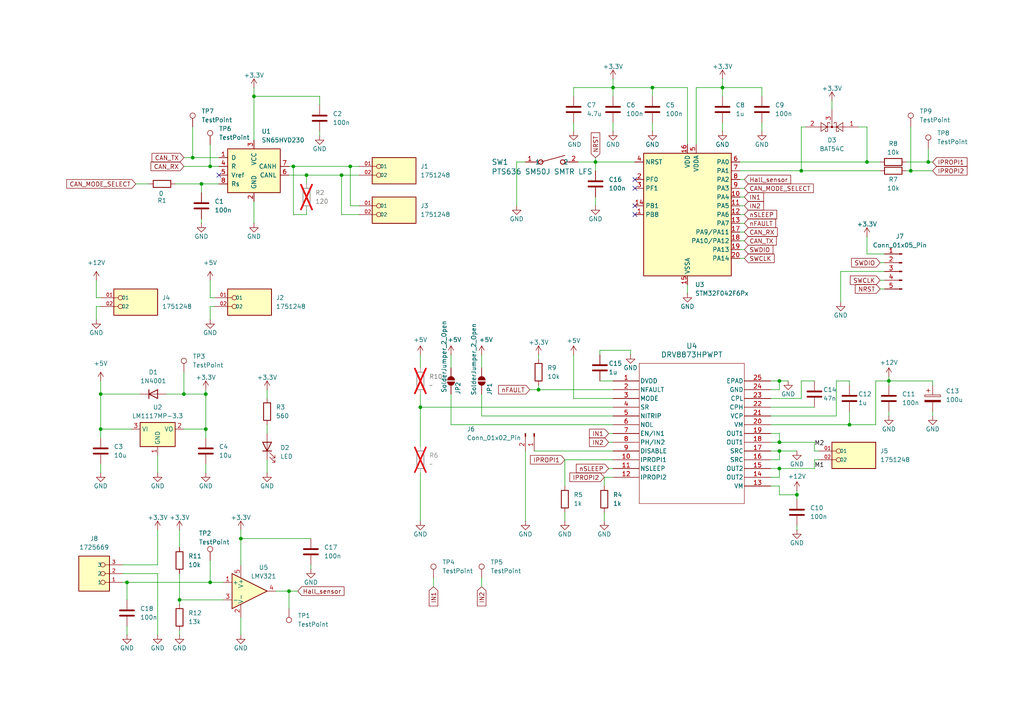
<source format=kicad_sch>
(kicad_sch (version 20231120) (generator "eeschema") (generator_version "8.0")
  (paper "A4")
  (junction (at 209.55 25.4))
  (junction (at 69.85 156.21))
  (junction (at 172.72 46.99))
  (junction (at 226.06 110.49))
  (junction (at 73.66 27.94))
  (junction (at 226.06 128.27))
  (junction (at 232.41 49.53))
  (junction (at 177.8 25.4))
  (junction (at 251.46 46.99))
  (junction (at 246.38 123.19))
  (junction (at 55.88 45.72))
  (junction (at 264.16 49.53))
  (junction (at 189.23 25.4))
  (junction (at 29.21 114.3))
  (junction (at 29.21 124.46))
  (junction (at 60.96 168.91))
  (junction (at 60.96 48.26))
  (junction (at 83.82 171.45))
  (junction (at 85.09 48.26))
  (junction (at 58.42 53.34))
  (junction (at 53.34 114.3))
  (junction (at 99.06 50.8))
  (junction (at 36.83 168.91))
  (junction (at 121.92 118.11))
  (junction (at 231.14 143.51))
  (junction (at 226.06 130.81))
  (junction (at 59.69 124.46))
  (junction (at 101.6 48.26))
  (junction (at 52.07 173.99))
  (junction (at 257.81 110.49))
  (junction (at 88.9 50.8))
  (junction (at 269.24 46.99))
  (junction (at 59.69 114.3))
  (junction (at 156.21 113.03))
  (junction (at 226.06 135.89))
  (no_connect (at 184.15 62.23))
  (no_connect (at 184.15 59.69))
  (no_connect (at 184.15 54.61))
  (no_connect (at 184.15 52.07))
  (no_connect (at 63.5 50.8))
  (wire (pts (xy 166.37 25.4) (xy 166.37 27.94)))
  (wire (pts (xy 251.46 46.99) (xy 255.27 46.99)))
  (wire (pts (xy 226.06 133.35) (xy 226.06 130.81)))
  (wire (pts (xy 175.26 138.43) (xy 177.8 138.43)))
  (wire (pts (xy 50.8 53.34) (xy 58.42 53.34)))
  (wire (pts (xy 201.93 25.4) (xy 209.55 25.4)))
  (wire (pts (xy 241.3 29.21) (xy 241.3 31.75)))
  (wire (pts (xy 262.89 49.53) (xy 264.16 49.53)))
  (wire (pts (xy 45.72 132.08) (xy 45.72 137.16)))
  (wire (pts (xy 52.07 173.99) (xy 64.77 173.99)))
  (wire (pts (xy 27.94 86.36) (xy 29.21 86.36)))
  (wire (pts (xy 73.66 58.42) (xy 73.66 64.77)))
  (wire (pts (xy 38.1 124.46) (xy 29.21 124.46)))
  (wire (pts (xy 62.23 86.36) (xy 60.96 86.36)))
  (wire (pts (xy 104.14 62.23) (xy 99.06 62.23)))
  (wire (pts (xy 36.83 168.91) (xy 36.83 173.99)))
  (wire (pts (xy 172.72 46.99) (xy 184.15 46.99)))
  (wire (pts (xy 83.82 50.8) (xy 88.9 50.8)))
  (wire (pts (xy 139.7 102.87) (xy 139.7 106.68)))
  (wire (pts (xy 177.8 113.03) (xy 156.21 113.03)))
  (wire (pts (xy 231.14 143.51) (xy 231.14 144.78)))
  (wire (pts (xy 177.8 35.56) (xy 177.8 38.1)))
  (wire (pts (xy 176.53 125.73) (xy 177.8 125.73)))
  (wire (pts (xy 199.39 82.55) (xy 199.39 85.09)))
  (wire (pts (xy 177.8 25.4) (xy 189.23 25.4)))
  (wire (pts (xy 101.6 59.69) (xy 101.6 48.26)))
  (wire (pts (xy 209.55 22.86) (xy 209.55 25.4)))
  (wire (pts (xy 156.21 113.03) (xy 156.21 111.76)))
  (wire (pts (xy 226.06 128.27) (xy 236.22 128.27)))
  (wire (pts (xy 27.94 92.71) (xy 27.94 88.9)))
  (wire (pts (xy 59.69 137.16) (xy 59.69 134.62)))
  (wire (pts (xy 166.37 35.56) (xy 166.37 38.1)))
  (wire (pts (xy 36.83 168.91) (xy 60.96 168.91)))
  (wire (pts (xy 236.22 128.27) (xy 236.22 130.81)))
  (wire (pts (xy 53.34 114.3) (xy 59.69 114.3)))
  (wire (pts (xy 121.92 137.16) (xy 121.92 151.13)))
  (wire (pts (xy 209.55 25.4) (xy 220.98 25.4)))
  (wire (pts (xy 59.69 124.46) (xy 59.69 127)))
  (wire (pts (xy 121.92 118.11) (xy 121.92 114.3)))
  (wire (pts (xy 156.21 102.87) (xy 156.21 104.14)))
  (wire (pts (xy 125.73 170.18) (xy 125.73 167.64)))
  (wire (pts (xy 232.41 49.53) (xy 255.27 49.53)))
  (wire (pts (xy 215.9 74.93) (xy 214.63 74.93)))
  (wire (pts (xy 55.88 45.72) (xy 63.5 45.72)))
  (wire (pts (xy 246.38 110.49) (xy 242.57 110.49)))
  (wire (pts (xy 152.4 130.81) (xy 152.4 151.13)))
  (wire (pts (xy 99.06 62.23) (xy 99.06 50.8)))
  (wire (pts (xy 246.38 123.19) (xy 254 123.19)))
  (wire (pts (xy 223.52 130.81) (xy 226.06 130.81)))
  (wire (pts (xy 139.7 170.18) (xy 139.7 167.64)))
  (wire (pts (xy 256.54 73.66) (xy 251.46 73.66)))
  (wire (pts (xy 215.9 72.39) (xy 214.63 72.39)))
  (wire (pts (xy 153.67 113.03) (xy 156.21 113.03)))
  (wire (pts (xy 35.56 163.83) (xy 45.72 163.83)))
  (wire (pts (xy 77.47 133.35) (xy 77.47 137.16)))
  (wire (pts (xy 83.82 171.45) (xy 83.82 176.53)))
  (wire (pts (xy 226.06 138.43) (xy 226.06 135.89)))
  (wire (pts (xy 243.84 87.63) (xy 243.84 78.74)))
  (wire (pts (xy 121.92 102.87) (xy 121.92 106.68)))
  (wire (pts (xy 264.16 36.83) (xy 264.16 49.53)))
  (wire (pts (xy 60.96 92.71) (xy 60.96 88.9)))
  (wire (pts (xy 223.52 135.89) (xy 226.06 135.89)))
  (wire (pts (xy 29.21 137.16) (xy 29.21 134.62)))
  (wire (pts (xy 88.9 50.8) (xy 88.9 53.34)))
  (wire (pts (xy 58.42 64.77) (xy 58.42 63.5)))
  (wire (pts (xy 215.9 64.77) (xy 214.63 64.77)))
  (wire (pts (xy 60.96 86.36) (xy 60.96 81.28)))
  (wire (pts (xy 83.82 48.26) (xy 85.09 48.26)))
  (wire (pts (xy 53.34 124.46) (xy 59.69 124.46)))
  (wire (pts (xy 270.51 110.49) (xy 257.81 110.49)))
  (wire (pts (xy 149.86 46.99) (xy 152.4 46.99)))
  (wire (pts (xy 236.22 130.81) (xy 237.49 130.81)))
  (wire (pts (xy 226.06 113.03) (xy 226.06 110.49)))
  (wire (pts (xy 175.26 148.59) (xy 175.26 151.13)))
  (wire (pts (xy 163.83 140.97) (xy 163.83 133.35)))
  (wire (pts (xy 73.66 27.94) (xy 92.71 27.94)))
  (wire (pts (xy 99.06 50.8) (xy 104.14 50.8)))
  (wire (pts (xy 60.96 168.91) (xy 64.77 168.91)))
  (wire (pts (xy 58.42 53.34) (xy 63.5 53.34)))
  (wire (pts (xy 60.96 48.26) (xy 63.5 48.26)))
  (wire (pts (xy 189.23 27.94) (xy 189.23 25.4)))
  (wire (pts (xy 60.96 88.9) (xy 62.23 88.9)))
  (wire (pts (xy 236.22 133.35) (xy 237.49 133.35)))
  (wire (pts (xy 173.99 110.49) (xy 177.8 110.49)))
  (wire (pts (xy 45.72 166.37) (xy 45.72 184.15)))
  (wire (pts (xy 232.41 36.83) (xy 232.41 49.53)))
  (wire (pts (xy 53.34 48.26) (xy 60.96 48.26)))
  (wire (pts (xy 55.88 36.83) (xy 55.88 45.72)))
  (wire (pts (xy 215.9 54.61) (xy 214.63 54.61)))
  (wire (pts (xy 172.72 45.72) (xy 172.72 46.99)))
  (wire (pts (xy 215.9 57.15) (xy 214.63 57.15)))
  (wire (pts (xy 35.56 168.91) (xy 36.83 168.91)))
  (wire (pts (xy 226.06 140.97) (xy 223.52 140.97)))
  (wire (pts (xy 257.81 120.65) (xy 257.81 119.38)))
  (wire (pts (xy 130.81 114.3) (xy 130.81 123.19)))
  (wire (pts (xy 166.37 115.57) (xy 177.8 115.57)))
  (wire (pts (xy 173.99 102.87) (xy 173.99 101.6)))
  (wire (pts (xy 73.66 25.4) (xy 73.66 27.94)))
  (wire (pts (xy 177.8 25.4) (xy 166.37 25.4)))
  (wire (pts (xy 215.9 67.31) (xy 214.63 67.31)))
  (wire (pts (xy 251.46 36.83) (xy 251.46 46.99)))
  (wire (pts (xy 233.68 36.83) (xy 232.41 36.83)))
  (wire (pts (xy 251.46 73.66) (xy 251.46 68.58)))
  (wire (pts (xy 232.41 115.57) (xy 232.41 110.49)))
  (wire (pts (xy 177.8 22.86) (xy 177.8 25.4)))
  (wire (pts (xy 69.85 184.15) (xy 69.85 179.07)))
  (wire (pts (xy 255.27 76.2) (xy 256.54 76.2)))
  (wire (pts (xy 88.9 62.23) (xy 85.09 62.23)))
  (wire (pts (xy 215.9 69.85) (xy 214.63 69.85)))
  (wire (pts (xy 226.06 135.89) (xy 236.22 135.89)))
  (wire (pts (xy 215.9 59.69) (xy 214.63 59.69)))
  (wire (pts (xy 269.24 43.18) (xy 269.24 46.99)))
  (wire (pts (xy 231.14 143.51) (xy 231.14 142.24)))
  (wire (pts (xy 154.94 130.81) (xy 177.8 130.81)))
  (wire (pts (xy 104.14 59.69) (xy 101.6 59.69)))
  (wire (pts (xy 254 110.49) (xy 257.81 110.49)))
  (wire (pts (xy 166.37 115.57) (xy 166.37 102.87)))
  (wire (pts (xy 270.51 120.65) (xy 270.51 119.38)))
  (wire (pts (xy 88.9 62.23) (xy 88.9 60.96)))
  (wire (pts (xy 264.16 49.53) (xy 270.51 49.53)))
  (wire (pts (xy 130.81 102.87) (xy 130.81 106.68)))
  (wire (pts (xy 255.27 81.28) (xy 256.54 81.28)))
  (wire (pts (xy 243.84 78.74) (xy 256.54 78.74)))
  (wire (pts (xy 73.66 40.64) (xy 73.66 27.94)))
  (wire (pts (xy 69.85 156.21) (xy 69.85 163.83)))
  (wire (pts (xy 246.38 119.38) (xy 246.38 123.19)))
  (wire (pts (xy 52.07 173.99) (xy 52.07 175.26)))
  (wire (pts (xy 167.64 46.99) (xy 172.72 46.99)))
  (wire (pts (xy 85.09 48.26) (xy 101.6 48.26)))
  (wire (pts (xy 215.9 62.23) (xy 214.63 62.23)))
  (wire (pts (xy 172.72 46.99) (xy 172.72 49.53)))
  (wire (pts (xy 36.83 184.15) (xy 36.83 181.61)))
  (wire (pts (xy 92.71 39.37) (xy 92.71 38.1)))
  (wire (pts (xy 189.23 25.4) (xy 199.39 25.4)))
  (wire (pts (xy 214.63 46.99) (xy 251.46 46.99)))
  (wire (pts (xy 226.06 143.51) (xy 231.14 143.51)))
  (wire (pts (xy 48.26 114.3) (xy 53.34 114.3)))
  (wire (pts (xy 163.83 133.35) (xy 177.8 133.35)))
  (wire (pts (xy 176.53 135.89) (xy 177.8 135.89)))
  (wire (pts (xy 226.06 110.49) (xy 228.6 110.49)))
  (wire (pts (xy 149.86 59.69) (xy 149.86 46.99)))
  (wire (pts (xy 223.52 110.49) (xy 226.06 110.49)))
  (wire (pts (xy 58.42 55.88) (xy 58.42 53.34)))
  (wire (pts (xy 53.34 107.95) (xy 53.34 114.3)))
  (wire (pts (xy 214.63 52.07) (xy 215.9 52.07)))
  (wire (pts (xy 83.82 171.45) (xy 86.36 171.45)))
  (wire (pts (xy 226.06 130.81) (xy 231.14 130.81)))
  (wire (pts (xy 246.38 110.49) (xy 246.38 111.76)))
  (wire (pts (xy 77.47 123.19) (xy 77.47 125.73)))
  (wire (pts (xy 226.06 140.97) (xy 226.06 143.51)))
  (wire (pts (xy 257.81 110.49) (xy 257.81 109.22)))
  (wire (pts (xy 177.8 120.65) (xy 139.7 120.65)))
  (wire (pts (xy 175.26 140.97) (xy 175.26 138.43)))
  (wire (pts (xy 121.92 118.11) (xy 121.92 129.54)))
  (wire (pts (xy 223.52 120.65) (xy 242.57 120.65)))
  (wire (pts (xy 182.88 101.6) (xy 182.88 102.87)))
  (wire (pts (xy 101.6 48.26) (xy 104.14 48.26)))
  (wire (pts (xy 177.8 25.4) (xy 177.8 27.94)))
  (wire (pts (xy 92.71 27.94) (xy 92.71 30.48)))
  (wire (pts (xy 270.51 111.76) (xy 270.51 110.49)))
  (wire (pts (xy 29.21 124.46) (xy 29.21 127)))
  (wire (pts (xy 269.24 46.99) (xy 270.51 46.99)))
  (wire (pts (xy 29.21 114.3) (xy 29.21 124.46)))
  (wire (pts (xy 242.57 110.49) (xy 242.57 120.65)))
  (wire (pts (xy 262.89 46.99) (xy 269.24 46.99)))
  (wire (pts (xy 60.96 41.91) (xy 60.96 48.26)))
  (wire (pts (xy 220.98 35.56) (xy 220.98 38.1)))
  (wire (pts (xy 248.92 36.83) (xy 251.46 36.83)))
  (wire (pts (xy 201.93 41.91) (xy 201.93 25.4)))
  (wire (pts (xy 254 123.19) (xy 254 110.49)))
  (wire (pts (xy 27.94 81.28) (xy 27.94 86.36)))
  (wire (pts (xy 121.92 118.11) (xy 177.8 118.11)))
  (wire (pts (xy 69.85 153.67) (xy 69.85 156.21)))
  (wire (pts (xy 223.52 113.03) (xy 226.06 113.03)))
  (wire (pts (xy 60.96 162.56) (xy 60.96 168.91)))
  (wire (pts (xy 77.47 115.57) (xy 77.47 113.03)))
  (wire (pts (xy 223.52 138.43) (xy 226.06 138.43)))
  (wire (pts (xy 189.23 35.56) (xy 189.23 38.1)))
  (wire (pts (xy 29.21 110.49) (xy 29.21 114.3)))
  (wire (pts (xy 52.07 184.15) (xy 52.07 182.88)))
  (wire (pts (xy 223.52 123.19) (xy 246.38 123.19)))
  (wire (pts (xy 35.56 166.37) (xy 45.72 166.37)))
  (wire (pts (xy 52.07 153.67) (xy 52.07 158.75)))
  (wire (pts (xy 199.39 41.91) (xy 199.39 25.4)))
  (wire (pts (xy 176.53 128.27) (xy 177.8 128.27)))
  (wire (pts (xy 59.69 113.03) (xy 59.69 114.3)))
  (wire (pts (xy 173.99 101.6) (xy 182.88 101.6)))
  (wire (pts (xy 90.17 165.1) (xy 90.17 163.83)))
  (wire (pts (xy 209.55 25.4) (xy 209.55 27.94)))
  (wire (pts (xy 223.52 133.35) (xy 226.06 133.35)))
  (wire (pts (xy 40.64 114.3) (xy 29.21 114.3)))
  (wire (pts (xy 88.9 50.8) (xy 99.06 50.8)))
  (wire (pts (xy 226.06 125.73) (xy 226.06 128.27)))
  (wire (pts (xy 53.34 45.72) (xy 55.88 45.72)))
  (wire (pts (xy 223.52 125.73) (xy 226.06 125.73)))
  (wire (pts (xy 80.01 171.45) (xy 83.82 171.45)))
  (wire (pts (xy 59.69 114.3) (xy 59.69 124.46)))
  (wire (pts (xy 139.7 120.65) (xy 139.7 114.3)))
  (wire (pts (xy 52.07 166.37) (xy 52.07 173.99)))
  (wire (pts (xy 163.83 148.59) (xy 163.83 151.13)))
  (wire (pts (xy 39.37 53.34) (xy 43.18 53.34)))
  (wire (pts (xy 220.98 25.4) (xy 220.98 27.94)))
  (wire (pts (xy 232.41 110.49) (xy 236.22 110.49)))
  (wire (pts (xy 209.55 35.56) (xy 209.55 38.1)))
  (wire (pts (xy 223.52 115.57) (xy 232.41 115.57)))
  (wire (pts (xy 172.72 57.15) (xy 172.72 59.69)))
  (wire (pts (xy 85.09 62.23) (xy 85.09 48.26)))
  (wire (pts (xy 257.81 110.49) (xy 257.81 111.76)))
  (wire (pts (xy 255.27 83.82) (xy 256.54 83.82)))
  (wire (pts (xy 236.22 135.89) (xy 236.22 133.35)))
  (wire (pts (xy 69.85 156.21) (xy 90.17 156.21)))
  (wire (pts (xy 214.63 49.53) (xy 232.41 49.53)))
  (wire (pts (xy 231.14 153.67) (xy 231.14 152.4)))
  (wire (pts (xy 223.52 118.11) (xy 236.22 118.11)))
  (wire (pts (xy 45.72 163.83) (xy 45.72 153.67)))
  (wire (pts (xy 27.94 88.9) (xy 29.21 88.9)))
  (wire (pts (xy 130.81 123.19) (xy 177.8 123.19)))
  (wire (pts (xy 223.52 128.27) (xy 226.06 128.27)))
  (label "M2" (at 236.22 129.54 0))
  (label "M1" (at 236.22 135.89 0))
  (global_label "IN1" (shape input) (at 215.9 57.15 0) (property "Intersheetrefs" "${INTERSHEET_REFS}" (effects (hide yes))))
  (global_label "SWCLK" (shape input) (at 215.9 74.93 0) (property "Intersheetrefs" "${INTERSHEET_REFS}" (effects (hide yes))))
  (global_label "IN1" (shape input) (at 125.73 170.18 270) (property "Intersheetrefs" "${INTERSHEET_REFS}" (effects (hide yes))))
  (global_label "nFAULT" (shape input) (at 215.9 64.77 0) (property "Intersheetrefs" "${INTERSHEET_REFS}" (effects (hide yes))))
  (global_label "CAN_RX" (shape input) (at 215.9 67.31 0) (property "Intersheetrefs" "${INTERSHEET_REFS}" (effects (hide yes))))
  (global_label "CAN_MODE_SELECT" (shape input) (at 39.37 53.34 180) (property "Intersheetrefs" "${INTERSHEET_REFS}" (effects (hide yes))))
  (global_label "CAN_MODE_SELECT" (shape input) (at 215.9 54.61 0) (property "Intersheetrefs" "${INTERSHEET_REFS}" (effects (hide yes))))
  (global_label "nSLEEP" (shape input) (at 176.53 135.89 180) (property "Intersheetrefs" "${INTERSHEET_REFS}" (effects (hide yes))))
  (global_label "IN2" (shape input) (at 139.7 170.18 270) (property "Intersheetrefs" "${INTERSHEET_REFS}" (effects (hide yes))))
  (global_label "IN2" (shape input) (at 176.53 128.27 180) (property "Intersheetrefs" "${INTERSHEET_REFS}" (effects (hide yes))))
  (global_label "IN2" (shape input) (at 215.9 59.69 0) (property "Intersheetrefs" "${INTERSHEET_REFS}" (effects (hide yes))))
  (global_label "SWCLK" (shape input) (at 255.27 81.28 180) (property "Intersheetrefs" "${INTERSHEET_REFS}" (effects (hide yes))))
  (global_label "SWDIO" (shape input) (at 215.9 72.39 0) (property "Intersheetrefs" "${INTERSHEET_REFS}" (effects (hide yes))))
  (global_label "Hall_sensor" (shape input) (at 86.36 171.45 0) (property "Intersheetrefs" "${INTERSHEET_REFS}" (effects (hide yes))))
  (global_label "SWDIO" (shape input) (at 255.27 76.2 180) (property "Intersheetrefs" "${INTERSHEET_REFS}" (effects (hide yes))))
  (global_label "IPROPI2" (shape input) (at 175.26 138.43 180) (property "Intersheetrefs" "${INTERSHEET_REFS}" (effects (hide yes))))
  (global_label "NRST" (shape input) (at 255.27 83.82 180) (property "Intersheetrefs" "${INTERSHEET_REFS}" (effects (hide yes))))
  (global_label "NRST" (shape input) (at 172.72 45.72 90) (property "Intersheetrefs" "${INTERSHEET_REFS}" (effects (hide yes))))
  (global_label "Hall_sensor" (shape input) (at 215.9 52.07 0) (property "Intersheetrefs" "${INTERSHEET_REFS}" (effects (hide yes))))
  (global_label "CAN_TX" (shape input) (at 53.34 45.72 180) (property "Intersheetrefs" "${INTERSHEET_REFS}" (effects (hide yes))))
  (global_label "IPROPI1" (shape input) (at 270.51 46.99 0) (property "Intersheetrefs" "${INTERSHEET_REFS}" (effects (hide yes))))
  (global_label "IPROPI1" (shape input) (at 163.83 133.35 180) (property "Intersheetrefs" "${INTERSHEET_REFS}" (effects (hide yes))))
  (global_label "CAN_TX" (shape input) (at 215.9 69.85 0) (property "Intersheetrefs" "${INTERSHEET_REFS}" (effects (hide yes))))
  (global_label "IPROPI2" (shape input) (at 270.51 49.53 0) (property "Intersheetrefs" "${INTERSHEET_REFS}" (effects (hide yes))))
  (global_label "nFAULT" (shape input) (at 153.67 113.03 180) (property "Intersheetrefs" "${INTERSHEET_REFS}" (effects (hide yes))))
  (global_label "nSLEEP" (shape input) (at 215.9 62.23 0) (property "Intersheetrefs" "${INTERSHEET_REFS}" (effects (hide yes))))
  (global_label "CAN_RX" (shape input) (at 53.34 48.26 180) (property "Intersheetrefs" "${INTERSHEET_REFS}" (effects (hide yes))))
  (global_label "IN1" (shape input) (at 176.53 125.73 180) (property "Intersheetrefs" "${INTERSHEET_REFS}" (effects (hide yes))))
  (symbol (lib_id "power:GND") (at 243.84 87.63 0) (unit 1)
    (property "Reference" "#PWR038" (effects (hide yes)))
    (property "Value" "GND" (at 243.84 91.44 0))
    (property "Description" "Power symbol creates a global label with name \"GND\" , ground" (effects (hide yes)))
  )
  (symbol (lib_id "Amplifier_Operational:LMV321") (at 72.39 171.45 0) (unit 1)
    (property "Reference" "U5" (at 76.454 164.592 0))
    (property "Value" "LMV321" (at 76.454 167.132 0))
    (property "Footprint" "Package_TO_SOT_SMD:SOT-23-5" (effects (hide yes)))
    (property "Datasheet" "http://www.ti.com/lit/ds/symlink/lmv324.pdf" (effects (hide yes)))
    (property "Description" "Low-Voltage Rail-to-Rail Output Operational Amplifiers, SOT-23-5/SC-70-5" (effects (hide yes)))
  )
  (symbol (lib_id "power:GND") (at 166.37 38.1 0) (unit 1)
    (property "Reference" "#PWR018" (effects (hide yes)))
    (property "Value" "GND" (at 166.624 41.91 0))
    (property "Description" "Power symbol creates a global label with name \"GND\" , ground" (effects (hide yes)))
  )
  (symbol (lib_id "Device:C") (at 90.17 160.02 0) (unit 1)
    (property "Reference" "C17" (at 93.98 158.7499 0) (effects (justify left)))
    (property "Value" "100n" (at 93.98 161.2899 0) (effects (justify left)))
    (property "Footprint" "Capacitor_SMD:C_0603_1608Metric_Pad1.08x0.95mm_HandSolder" (effects (hide yes)))
    (property "Description" "Unpolarized capacitor" (effects (hide yes)))
  )
  (symbol (lib_id "power:GND") (at 45.72 184.15 0) (unit 1)
    (property "Reference" "#PWR049" (effects (hide yes)))
    (property "Value" "GND" (at 45.72 187.96 0))
    (property "Description" "Power symbol creates a global label with name \"GND\" , ground" (effects (hide yes)))
  )
  (symbol (lib_id "Regulator_Linear:LM1117MP-3.3") (at 45.72 124.46 0) (unit 1)
    (property "Reference" "U2" (at 45.72 118.11 0))
    (property "Value" "LM1117MP-3.3" (at 45.72 120.65 0))
    (property "Footprint" "Package_TO_SOT_SMD:SOT-223-3_TabPin2" (effects (hide yes)))
    (property "Datasheet" "http://www.ti.com/lit/ds/symlink/lm1117.pdf" (effects (hide yes)))
    (property "Description" "800mA Low-Dropout Linear Regulator, 3.3V fixed output, SOT-223" (effects (hide yes)))
  )
  (symbol (lib_id "1725669:1725669") (at 27.94 166.37 180) (unit 1)
    (property "Reference" "J8" (at 27.305 156.21 0))
    (property "Value" "1725669" (at 27.305 158.75 0))
    (property "Footprint" "1725669:PHOENIX_1725669" (effects (hide yes)))
    (property "PARTREV" "03.03.2021" (effects (hide yes)))
    (property "STANDARD" "Manufacturer Recommendations" (effects (hide yes)))
    (property "MAXIMUM_PACKAGE_HEIGHT" "8.65mm" (effects (hide yes)))
    (property "MANUFACTURER" "Phoenix Contact" (effects (hide yes)))
  )
  (symbol (lib_id "power:GND") (at 121.92 151.13 0) (unit 1)
    (property "Reference" "#PWR040" (effects (hide yes)))
    (property "Value" "GND" (at 121.92 154.94 0))
    (property "Description" "Power symbol creates a global label with name \"GND\" , ground" (effects (hide yes)))
  )
  (symbol (lib_id "power:GND") (at 189.23 38.1 0) (unit 1)
    (property "Reference" "#PWR016" (effects (hide yes)))
    (property "Value" "GND" (at 189.23 41.91 0))
    (property "Description" "Power symbol creates a global label with name \"GND\" , ground" (effects (hide yes)))
  )
  (symbol (lib_id "power:GND") (at 92.71 39.37 0) (unit 1)
    (property "Reference" "#PWR05" (effects (hide yes)))
    (property "Value" "GND" (at 92.71 43.18 0))
    (property "Description" "Power symbol creates a global label with name \"GND\" , ground" (effects (hide yes)))
  )
  (symbol (lib_id "power:GND") (at 58.42 64.77 0) (unit 1)
    (property "Reference" "#PWR02" (effects (hide yes)))
    (property "Value" "GND" (at 58.42 68.58 0))
    (property "Description" "Power symbol creates a global label with name \"GND\" , ground" (effects (hide yes)))
  )
  (symbol (lib_id "Connector:TestPoint") (at 60.96 41.91 0) (unit 1)
    (property "Reference" "TP6" (at 63.5 37.3379 0) (effects (justify left)))
    (property "Value" "TestPoint" (at 63.5 39.8779 0) (effects (justify left)))
    (property "Footprint" "TestPoint:TestPoint_Pad_D1.0mm" (effects (hide yes)))
    (property "Description" "test point" (effects (hide yes)))
  )
  (symbol (lib_id "Connector:TestPoint") (at 55.88 36.83 0) (unit 1)
    (property "Reference" "TP7" (at 58.42 32.2579 0) (effects (justify left)))
    (property "Value" "TestPoint" (at 58.42 34.7979 0) (effects (justify left)))
    (property "Footprint" "TestPoint:TestPoint_Pad_D1.0mm" (effects (hide yes)))
    (property "Description" "test point" (effects (hide yes)))
  )
  (symbol (lib_id "Device:C") (at 177.8 31.75 0) (unit 1)
    (property "Reference" "C6" (at 181.61 30.4799 0) (effects (justify left)))
    (property "Value" "100n" (at 181.61 33.0199 0) (effects (justify left)))
    (property "Footprint" "Capacitor_SMD:C_0603_1608Metric_Pad1.08x0.95mm_HandSolder" (effects (hide yes)))
    (property "Description" "Unpolarized capacitor" (effects (hide yes)))
  )
  (symbol (lib_id "Jumper:SolderJumper_2_Open") (at 139.7 110.49 90) (unit 1) (exclude_from_sim yes) (in_bom no)
    (property "Reference" "JP1" (at 141.986 110.998 0) (effects (justify right)))
    (property "Value" "SolderJumper_2_Open" (at 137.414 93.726 0) (effects (justify right)))
    (property "Footprint" "Jumper:SolderJumper-2_P1.3mm_Open_TrianglePad1.0x1.5mm" (effects (hide yes)))
    (property "Description" "Solder Jumper, 2-pole, open" (effects (hide yes)))
  )
  (symbol (lib_id "Device:R") (at 259.08 49.53 90) (unit 1)
    (property "Reference" "R7" (at 259.08 52.07 90))
    (property "Value" "10k" (at 259.08 54.61 90))
    (property "Footprint" "Resistor_SMD:R_0603_1608Metric_Pad0.98x0.95mm_HandSolder" (effects (hide yes)))
    (property "Description" "Resistor" (effects (hide yes)))
  )
  (symbol (lib_id "1751248:1751248") (at 39.37 88.9 0) (unit 1)
    (property "Reference" "J4" (at 46.99 86.3599 0) (effects (justify left)))
    (property "Value" "1751248" (at 46.99 88.8999 0) (effects (justify left)))
    (property "Footprint" "1751248:PHOENIX_1751248" (effects (hide yes)))
    (property "PARTREV" "03.03.2021" (effects (hide yes)))
    (property "STANDARD" "Manufacturer Recommendations" (effects (hide yes)))
    (property "MANUFACTURER" "Phoenix Contact" (effects (hide yes)))
  )
  (symbol (lib_id "power:GND") (at 90.17 165.1 0) (unit 1)
    (property "Reference" "#PWR048" (effects (hide yes)))
    (property "Value" "GND" (at 90.17 168.91 0))
    (property "Description" "Power symbol creates a global label with name \"GND\" , ground" (effects (hide yes)))
  )
  (symbol (lib_id "power:+3.3V") (at 209.55 22.86 0) (unit 1)
    (property "Reference" "#PWR022" (effects (hide yes)))
    (property "Value" "+3.3V" (at 209.55 19.304 0))
    (property "Description" "Power symbol creates a global label with name \"+3.3V\"" (effects (hide yes)))
  )
  (symbol (lib_id "Device:C") (at 246.38 115.57 0) (unit 1)
    (property "Reference" "C12" (at 248.92 114.3 0) (effects (justify left)))
    (property "Value" "1u" (at 248.92 116.84 0) (effects (justify left)))
    (property "Footprint" "Capacitor_SMD:C_0603_1608Metric" (effects (hide yes)))
    (property "Description" "Unpolarized capacitor" (effects (hide yes)))
  )
  (symbol (lib_id "Device:C") (at 92.71 34.29 0) (unit 1)
    (property "Reference" "C2" (at 96.52 33.0199 0) (effects (justify left)))
    (property "Value" "100n" (at 96.52 35.5599 0) (effects (justify left)))
    (property "Footprint" "Capacitor_SMD:C_0603_1608Metric_Pad1.08x0.95mm_HandSolder" (effects (hide yes)))
    (property "Description" "Unpolarized capacitor" (effects (hide yes)))
  )
  (symbol (lib_id "MCU_ST_STM32F0:STM32F042F6Px") (at 199.39 62.23 0) (unit 1)
    (property "Reference" "U3" (at 201.5841 82.55 0) (effects (justify left)))
    (property "Value" "STM32F042F6Px" (at 201.5841 85.09 0) (effects (justify left)))
    (property "Footprint" "Package_SO:TSSOP-20_4.4x6.5mm_P0.65mm" (effects (hide yes)))
    (property "Datasheet" "https://www.st.com/resource/en/datasheet/stm32f042f6.pdf" (effects (hide yes)))
    (property "Description" "STMicroelectronics Arm Cortex-M0 MCU, 32KB flash, 6KB RAM, 48 MHz, 2.0-3.6V, 16 GPIO, TSSOP20" (effects (hide yes)))
  )
  (symbol (lib_id "power:+5V") (at 130.81 102.87 0) (unit 1)
    (property "Reference" "#PWR041" (effects (hide yes)))
    (property "Value" "+5V" (at 131.826 98.552 0))
    (property "Description" "Power symbol creates a global label with name \"+5V\"" (effects (hide yes)))
  )
  (symbol (lib_id "Device:C") (at 29.21 130.81 0) (unit 1)
    (property "Reference" "C3" (at 33.02 129.5399 0) (effects (justify left)))
    (property "Value" "10u" (at 33.02 132.0799 0) (effects (justify left)))
    (property "Footprint" "Capacitor_SMD:C_0603_1608Metric_Pad1.08x0.95mm_HandSolder" (effects (hide yes)))
    (property "Description" "Unpolarized capacitor" (effects (hide yes)))
  )
  (symbol (lib_id "Device:C") (at 59.69 130.81 0) (unit 1)
    (property "Reference" "C4" (at 63.5 129.5399 0) (effects (justify left)))
    (property "Value" "10u" (at 63.5 132.0799 0) (effects (justify left)))
    (property "Footprint" "Capacitor_SMD:C_0603_1608Metric_Pad1.08x0.95mm_HandSolder" (effects (hide yes)))
    (property "Description" "Unpolarized capacitor" (effects (hide yes)))
  )
  (symbol (lib_id "1751248:1751248") (at 247.65 133.35 0) (unit 1)
    (property "Reference" "J5" (at 255.27 130.8099 0) (effects (justify left)))
    (property "Value" "1751248" (at 255.27 133.3499 0) (effects (justify left)))
    (property "Footprint" "1751248:PHOENIX_1751248" (effects (hide yes)))
    (property "PARTREV" "03.03.2021" (effects (hide yes)))
    (property "STANDARD" "Manufacturer Recommendations" (effects (hide yes)))
    (property "MANUFACTURER" "Phoenix Contact" (effects (hide yes)))
  )
  (symbol (lib_id "power:GND") (at 29.21 137.16 0) (unit 1)
    (property "Reference" "#PWR09" (effects (hide yes)))
    (property "Value" "GND" (at 29.21 140.97 0))
    (property "Description" "Power symbol creates a global label with name \"GND\" , ground" (effects (hide yes)))
  )
  (symbol (lib_id "Connector:TestPoint") (at 125.73 167.64 0) (unit 1)
    (property "Reference" "TP4" (at 128.27 163.0679 0) (effects (justify left)))
    (property "Value" "TestPoint" (at 128.27 165.6079 0) (effects (justify left)))
    (property "Footprint" "TestPoint:TestPoint_Pad_D1.0mm" (effects (hide yes)))
    (property "Description" "test point" (effects (hide yes)))
  )
  (symbol (lib_id "power:GND") (at 231.14 130.81 0) (unit 1)
    (property "Reference" "#PWR025" (effects (hide yes)))
    (property "Value" "GND" (at 231.14 134.62 0))
    (property "Description" "Power symbol creates a global label with name \"GND\" , ground" (effects (hide yes)))
  )
  (symbol (lib_id "power:+5V") (at 60.96 81.28 0) (unit 1)
    (property "Reference" "#PWR06" (effects (hide yes)))
    (property "Value" "+5V" (at 60.96 76.2 0))
    (property "Description" "Power symbol creates a global label with name \"+5V\"" (effects (hide yes)))
  )
  (symbol (lib_id "Device:C") (at 231.14 148.59 0) (unit 1)
    (property "Reference" "C10" (at 234.95 147.3199 0) (effects (justify left)))
    (property "Value" "100n" (at 234.95 149.8599 0) (effects (justify left)))
    (property "Footprint" "Capacitor_SMD:C_0603_1608Metric" (effects (hide yes)))
    (property "Description" "Unpolarized capacitor" (effects (hide yes)))
  )
  (symbol (lib_id "power:GND") (at 36.83 184.15 0) (unit 1)
    (property "Reference" "#PWR053" (effects (hide yes)))
    (property "Value" "GND" (at 36.83 187.96 0))
    (property "Description" "Power symbol creates a global label with name \"GND\" , ground" (effects (hide yes)))
  )
  (symbol (lib_id "power:+3.3V") (at 251.46 68.58 0) (unit 1)
    (property "Reference" "#PWR045" (effects (hide yes)))
    (property "Value" "+3.3V" (at 251.46 65.024 0))
    (property "Description" "Power symbol creates a global label with name \"+3.3V\"" (effects (hide yes)))
  )
  (symbol (lib_id "power:GND") (at 163.83 151.13 0) (unit 1)
    (property "Reference" "#PWR027" (effects (hide yes)))
    (property "Value" "GND" (at 163.83 154.94 0))
    (property "Description" "Power symbol creates a global label with name \"GND\" , ground" (effects (hide yes)))
  )
  (symbol (lib_id "Diode:BAT54C") (at 241.3 36.83 180) (unit 1)
    (property "Reference" "D3" (at 241.3 40.64 0))
    (property "Value" "BAT54C" (at 241.3 43.18 0))
    (property "Footprint" "Package_TO_SOT_SMD:SOT-23" (effects (hide yes)))
    (property "Datasheet" "http://www.diodes.com/_files/datasheets/ds11005.pdf" (effects (hide yes)))
    (property "Description" "dual schottky barrier diode, common cathode" (effects (hide yes)))
  )
  (symbol (lib_id "power:+12V") (at 27.94 81.28 0) (unit 1)
    (property "Reference" "#PWR024" (effects (hide yes)))
    (property "Value" "+12V" (at 27.94 76.2 0))
    (property "Description" "Power symbol creates a global label with name \"+12V\"" (effects (hide yes)))
  )
  (symbol (lib_id "Interface_CAN_LIN:SN65HVD230") (at 73.66 48.26 0) (unit 1)
    (property "Reference" "U1" (at 75.8541 38.1 0) (effects (justify left)))
    (property "Value" "SN65HVD230" (at 75.8541 40.64 0) (effects (justify left)))
    (property "Footprint" "Package_SO:SOIC-8_3.9x4.9mm_P1.27mm" (effects (hide yes)))
    (property "Datasheet" "http://www.ti.com/lit/ds/symlink/sn65hvd230.pdf" (effects (hide yes)))
    (property "Description" "CAN Bus Transceivers, 3.3V, 1Mbps, Low-Power capabilities, SOIC-8" (effects (hide yes)))
  )
  (symbol (lib_id "power:GND") (at 152.4 151.13 0) (unit 1)
    (property "Reference" "#PWR028" (effects (hide yes)))
    (property "Value" "GND" (at 152.4 154.94 0))
    (property "Description" "Power symbol creates a global label with name \"GND\" , ground" (effects (hide yes)))
  )
  (symbol (lib_id "power:+3.3V") (at 59.69 113.03 0) (unit 1)
    (property "Reference" "#PWR011" (effects (hide yes)))
    (property "Value" "+3.3V" (at 59.69 109.474 0))
    (property "Description" "Power symbol creates a global label with name \"+3.3V\"" (effects (hide yes)))
  )
  (symbol (lib_id "power:GND") (at 60.96 92.71 0) (unit 1)
    (property "Reference" "#PWR07" (effects (hide yes)))
    (property "Value" "GND" (at 60.96 96.52 0))
    (property "Description" "Power symbol creates a global label with name \"GND\" , ground" (effects (hide yes)))
  )
  (symbol (lib_id "power:+3.3V") (at 177.8 22.86 0) (unit 1)
    (property "Reference" "#PWR021" (effects (hide yes)))
    (property "Value" "+3.3V" (at 177.8 19.304 0))
    (property "Description" "Power symbol creates a global label with name \"+3.3V\"" (effects (hide yes)))
  )
  (symbol (lib_id "power:GND") (at 177.8 38.1 0) (unit 1)
    (property "Reference" "#PWR017" (effects (hide yes)))
    (property "Value" "GND" (at 177.8 41.91 0))
    (property "Description" "Power symbol creates a global label with name \"GND\" , ground" (effects (hide yes)))
  )
  (symbol (lib_id "Device:R") (at 52.07 179.07 0) (unit 1)
    (property "Reference" "R12" (at 54.61 177.7999 0) (effects (justify left)))
    (property "Value" "13k" (at 54.61 180.3399 0) (effects (justify left)))
    (property "Footprint" "Resistor_SMD:R_0603_1608Metric_Pad0.98x0.95mm_HandSolder" (effects (hide yes)))
    (property "Description" "Resistor" (effects (hide yes)))
  )
  (symbol (lib_id "Device:C") (at 257.81 115.57 0) (unit 1)
    (property "Reference" "C11" (at 261.62 114.2999 0) (effects (justify left)))
    (property "Value" "100n" (at 261.62 116.8399 0) (effects (justify left)))
    (property "Footprint" "Capacitor_SMD:C_0603_1608Metric" (effects (hide yes)))
    (property "Description" "Unpolarized capacitor" (effects (hide yes)))
  )
  (symbol (lib_id "power:+12V") (at 231.14 142.24 0) (unit 1)
    (property "Reference" "#PWR032" (effects (hide yes)))
    (property "Value" "+12V" (at 231.14 138.176 0))
    (property "Description" "Power symbol creates a global label with name \"+12V\"" (effects (hide yes)))
  )
  (symbol (lib_id "power:+3.3V") (at 69.85 153.67 0) (unit 1)
    (property "Reference" "#PWR047" (effects (hide yes)))
    (property "Value" "+3.3V" (at 69.85 150.114 0))
    (property "Description" "Power symbol creates a global label with name \"+3.3V\"" (effects (hide yes)))
  )
  (symbol (lib_id "1751248:1751248") (at 72.39 88.9 0) (unit 1)
    (property "Reference" "J2" (at 80.01 86.3599 0) (effects (justify left)))
    (property "Value" "1751248" (at 80.01 88.8999 0) (effects (justify left)))
    (property "Footprint" "1751248:PHOENIX_1751248" (effects (hide yes)))
    (property "PARTREV" "03.03.2021" (effects (hide yes)))
    (property "STANDARD" "Manufacturer Recommendations" (effects (hide yes)))
    (property "MANUFACTURER" "Phoenix Contact" (effects (hide yes)))
  )
  (symbol (lib_id "power:GND") (at 52.07 184.15 0) (unit 1)
    (property "Reference" "#PWR051" (effects (hide yes)))
    (property "Value" "GND" (at 52.07 187.96 0))
    (property "Description" "Power symbol creates a global label with name \"GND\" , ground" (effects (hide yes)))
  )
  (symbol (lib_id "power:+5V") (at 166.37 102.87 0) (unit 1)
    (property "Reference" "#PWR030" (effects (hide yes)))
    (property "Value" "+5V" (at 166.37 98.806 0))
    (property "Description" "Power symbol creates a global label with name \"+5V\"" (effects (hide yes)))
  )
  (symbol (lib_id "Device:D") (at 44.45 114.3 0) (unit 1)
    (property "Reference" "D1" (at 44.45 107.95 0))
    (property "Value" "1N4001" (at 44.45 110.49 0))
    (property "Footprint" "Diode_SMD:D_SMA_Handsoldering" (effects (hide yes)))
    (property "Description" "Diode" (effects (hide yes)))
    (property "Sim.Device" "D" (effects (hide yes)))
    (property "Sim.Pins" "1=K 2=A" (effects (hide yes)))
  )
  (symbol (lib_id "Device:R") (at 175.26 144.78 0) (unit 1)
    (property "Reference" "R4" (at 177.8 143.5099 0) (effects (justify left)))
    (property "Value" "1k" (at 177.8 146.0499 0) (effects (justify left)))
    (property "Footprint" "Resistor_SMD:R_0603_1608Metric_Pad0.98x0.95mm_HandSolder" (effects (hide yes)))
    (property "Description" "Resistor" (effects (hide yes)))
  )
  (symbol (lib_id "power:+3.3V") (at 156.21 102.87 0) (unit 1)
    (property "Reference" "#PWR054" (effects (hide yes)))
    (property "Value" "+3.3V" (at 156.21 99.314 0))
    (property "Description" "Power symbol creates a global label with name \"+3.3V\"" (effects (hide yes)))
  )
  (symbol (lib_id "Connector:Conn_01x05_Pin") (at 261.62 78.74 0) (mirror y) (unit 1)
    (property "Reference" "J7" (at 260.985 68.58 0))
    (property "Value" "Conn_01x05_Pin" (at 260.985 71.12 0))
    (property "Footprint" "Connector_PinHeader_2.54mm:PinHeader_1x05_P2.54mm_Vertical" (effects (hide yes)))
    (property "Description" "Generic connector, single row, 01x05, script generated" (effects (hide yes)))
  )
  (symbol (lib_id "power:+3.3V") (at 241.3 29.21 0) (unit 1)
    (property "Reference" "#PWR031" (effects (hide yes)))
    (property "Value" "+3.3V" (at 241.3 25.654 0))
    (property "Description" "Power symbol creates a global label with name \"+3.3V\"" (effects (hide yes)))
  )
  (symbol (lib_id "power:GND") (at 209.55 38.1 0) (unit 1)
    (property "Reference" "#PWR019" (effects (hide yes)))
    (property "Value" "GND" (at 209.55 41.91 0))
    (property "Description" "Power symbol creates a global label with name \"GND\" , ground" (effects (hide yes)))
  )
  (symbol (lib_id "Device:LED") (at 77.47 129.54 90) (unit 1)
    (property "Reference" "D2" (at 81.28 129.8574 90) (effects (justify right)))
    (property "Value" "LED" (at 81.28 132.3974 90) (effects (justify right)))
    (property "Footprint" "LED_SMD:LED_0603_1608Metric_Pad1.05x0.95mm_HandSolder" (effects (hide yes)))
    (property "Description" "Light emitting diode" (effects (hide yes)))
  )
  (symbol (lib_id "power:GND") (at 59.69 137.16 0) (unit 1)
    (property "Reference" "#PWR012" (effects (hide yes)))
    (property "Value" "GND" (at 59.69 140.97 0))
    (property "Description" "Power symbol creates a global label with name \"GND\" , ground" (effects (hide yes)))
  )
  (symbol (lib_id "Device:R") (at 156.21 107.95 0) (unit 1)
    (property "Reference" "R9" (at 158.75 106.6799 0) (effects (justify left)))
    (property "Value" "10k" (at 158.75 109.2199 0) (effects (justify left)))
    (property "Footprint" "Resistor_SMD:R_0603_1608Metric_Pad0.98x0.95mm_HandSolder" (effects (hide yes)))
    (property "Description" "Resistor" (effects (hide yes)))
  )
  (symbol (lib_id "power:GND") (at 231.14 153.67 0) (unit 1)
    (property "Reference" "#PWR033" (effects (hide yes)))
    (property "Value" "GND" (at 231.14 157.48 0))
    (property "Description" "Power symbol creates a global label with name \"GND\" , ground" (effects (hide yes)))
  )
  (symbol (lib_id "Device:R") (at 259.08 46.99 90) (unit 1)
    (property "Reference" "R8" (at 259.08 41.656 90))
    (property "Value" "10k" (at 259.08 44.196 90))
    (property "Footprint" "Resistor_SMD:R_0603_1608Metric_Pad0.98x0.95mm_HandSolder" (effects (hide yes)))
    (property "Description" "Resistor" (effects (hide yes)))
  )
  (symbol (lib_id "Device:R") (at 88.9 57.15 0) (unit 1) (in_bom no) (dnp yes)
    (property "Reference" "R2" (at 91.44 55.8799 0) (effects (justify left)))
    (property "Value" "120" (at 91.44 58.4199 0) (effects (justify left)))
    (property "Footprint" "Resistor_SMD:R_0603_1608Metric_Pad0.98x0.95mm_HandSolder" (effects (hide yes)))
    (property "Description" "Resistor" (effects (hide yes)))
  )
  (symbol (lib_id "Device:R") (at 52.07 162.56 0) (unit 1)
    (property "Reference" "R11" (at 54.61 161.2899 0) (effects (justify left)))
    (property "Value" "10k" (at 54.61 163.8299 0) (effects (justify left)))
    (property "Footprint" "Resistor_SMD:R_0603_1608Metric_Pad0.98x0.95mm_HandSolder" (effects (hide yes)))
    (property "Description" "Resistor" (effects (hide yes)))
  )
  (symbol (lib_id "power:GND") (at 257.81 120.65 0) (unit 1)
    (property "Reference" "#PWR035" (effects (hide yes)))
    (property "Value" "GND" (at 257.81 124.46 0))
    (property "Description" "Power symbol creates a global label with name \"GND\" , ground" (effects (hide yes)))
  )
  (symbol (lib_id "power:GND") (at 172.72 59.69 0) (unit 1)
    (property "Reference" "#PWR043" (effects (hide yes)))
    (property "Value" "GND" (at 172.72 63.5 0))
    (property "Description" "Power symbol creates a global label with name \"GND\" , ground" (effects (hide yes)))
  )
  (symbol (lib_id "Connector:TestPoint") (at 53.34 107.95 0) (unit 1)
    (property "Reference" "TP3" (at 55.88 103.3779 0) (effects (justify left)))
    (property "Value" "TestPoint" (at 55.88 105.9179 0) (effects (justify left)))
    (property "Footprint" "TestPoint:TestPoint_Pad_D1.0mm" (effects (hide yes)))
    (property "Description" "test point" (effects (hide yes)))
  )
  (symbol (lib_id "1751248:1751248") (at 114.3 62.23 0) (unit 1)
    (property "Reference" "J3" (at 121.92 59.6899 0) (effects (justify left)))
    (property "Value" "1751248" (at 121.92 62.2299 0) (effects (justify left)))
    (property "Footprint" "1751248:PHOENIX_1751248" (effects (hide yes)))
    (property "PARTREV" "03.03.2021" (effects (hide yes)))
    (property "STANDARD" "Manufacturer Recommendations" (effects (hide yes)))
    (property "MANUFACTURER" "Phoenix Contact" (effects (hide yes)))
  )
  (symbol (lib_id "power:+3.3V") (at 52.07 153.67 0) (unit 1)
    (property "Reference" "#PWR052" (effects (hide yes)))
    (property "Value" "+3.3V" (at 52.07 150.114 0))
    (property "Description" "Power symbol creates a global label with name \"+3.3V\"" (effects (hide yes)))
  )
  (symbol (lib_id "Device:C") (at 220.98 31.75 0) (unit 1)
    (property "Reference" "C9" (at 224.79 30.4799 0) (effects (justify left)))
    (property "Value" "100n" (at 224.79 33.0199 0) (effects (justify left)))
    (property "Footprint" "Capacitor_SMD:C_0603_1608Metric_Pad1.08x0.95mm_HandSolder" (effects (hide yes)))
    (property "Description" "Unpolarized capacitor" (effects (hide yes)))
  )
  (symbol (lib_id "Device:C_Polarized") (at 270.51 115.57 0) (unit 1)
    (property "Reference" "C13" (at 274.32 113.4109 0) (effects (justify left)))
    (property "Value" "100u" (at 274.32 115.9509 0) (effects (justify left)))
    (property "Footprint" "Capacitor_SMD:CP_Elec_8x10.5" (effects (hide yes)))
    (property "Description" "Polarized capacitor" (effects (hide yes)))
  )
  (symbol (lib_id "power:GND") (at 73.66 64.77 0) (unit 1)
    (property "Reference" "#PWR04" (effects (hide yes)))
    (property "Value" "GND" (at 73.66 68.58 0))
    (property "Description" "Power symbol creates a global label with name \"GND\" , ground" (effects (hide yes)))
  )
  (symbol (lib_id "Connector:TestPoint") (at 264.16 36.83 0) (unit 1)
    (property "Reference" "TP9" (at 266.7 32.2579 0) (effects (justify left)))
    (property "Value" "TestPoint" (at 266.7 34.7979 0) (effects (justify left)))
    (property "Footprint" "TestPoint:TestPoint_Pad_D1.0mm" (effects (hide yes)))
    (property "Description" "test point" (effects (hide yes)))
  )
  (symbol (lib_id "Device:C") (at 173.99 106.68 0) (unit 1)
    (property "Reference" "C15" (at 176.53 105.41 0) (effects (justify left)))
    (property "Value" "1u" (at 176.53 107.95 0) (effects (justify left)))
    (property "Footprint" "Capacitor_SMD:C_0603_1608Metric_Pad1.08x0.95mm_HandSolder" (effects (hide yes)))
    (property "Description" "Unpolarized capacitor" (effects (hide yes)))
  )
  (symbol (lib_id "power:GND") (at 27.94 92.71 0) (unit 1)
    (property "Reference" "#PWR023" (effects (hide yes)))
    (property "Value" "GND" (at 27.94 96.52 0))
    (property "Description" "Power symbol creates a global label with name \"GND\" , ground" (effects (hide yes)))
  )
  (symbol (lib_id "power:GND") (at 77.47 137.16 0) (unit 1)
    (property "Reference" "#PWR014" (effects (hide yes)))
    (property "Value" "GND" (at 77.47 140.97 0))
    (property "Description" "Power symbol creates a global label with name \"GND\" , ground" (effects (hide yes)))
  )
  (symbol (lib_id "Device:R") (at 46.99 53.34 270) (unit 1)
    (property "Reference" "R1" (at 46.99 58.166 90))
    (property "Value" "0" (at 46.736 56.134 90))
    (property "Footprint" "Resistor_SMD:R_0603_1608Metric_Pad0.98x0.95mm_HandSolder" (effects (hide yes)))
    (property "Description" "Resistor" (effects (hide yes)))
  )
  (symbol (lib_id "Connector:TestPoint") (at 269.24 43.18 0) (unit 1)
    (property "Reference" "TP8" (at 271.78 38.6079 0) (effects (justify left)))
    (property "Value" "TestPoint" (at 271.78 41.1479 0) (effects (justify left)))
    (property "Footprint" "TestPoint:TestPoint_Pad_D1.0mm" (effects (hide yes)))
    (property "Description" "test point" (effects (hide yes)))
  )
  (symbol (lib_id "Device:C") (at 236.22 114.3 0) (unit 1)
    (property "Reference" "C14" (at 238.76 113.03 0) (effects (justify left)))
    (property "Value" "47n" (at 238.76 115.57 0) (effects (justify left)))
    (property "Footprint" "Capacitor_SMD:C_0603_1608Metric" (effects (hide yes)))
    (property "Description" "Unpolarized capacitor" (effects (hide yes)))
  )
  (symbol (lib_id "power:GND") (at 69.85 184.15 0) (unit 1)
    (property "Reference" "#PWR01" (effects (hide yes)))
    (property "Value" "GND" (at 69.85 187.96 0))
    (property "Description" "Power symbol creates a global label with name \"GND\" , ground" (effects (hide yes)))
  )
  (symbol (lib_id "Device:C") (at 58.42 59.69 0) (unit 1)
    (property "Reference" "C1" (at 62.23 58.4199 0) (effects (justify left)))
    (property "Value" "100n" (at 62.23 60.9599 0) (effects (justify left)))
    (property "Footprint" "Capacitor_SMD:C_0603_1608Metric_Pad1.08x0.95mm_HandSolder" (effects (hide yes)))
    (property "Description" "Unpolarized capacitor" (effects (hide yes)))
  )
  (symbol (lib_id "power:+5V") (at 139.7 102.87 0) (unit 1)
    (property "Reference" "#PWR042" (effects (hide yes)))
    (property "Value" "+5V" (at 140.97 98.552 0))
    (property "Description" "Power symbol creates a global label with name \"+5V\"" (effects (hide yes)))
  )
  (symbol (lib_id "power:GND") (at 199.39 85.09 0) (unit 1)
    (property "Reference" "#PWR015" (effects (hide yes)))
    (property "Value" "GND" (at 199.39 88.9 0))
    (property "Description" "Power symbol creates a global label with name \"GND\" , ground" (effects (hide yes)))
  )
  (symbol (lib_id "power:+5V") (at 121.92 102.87 0) (unit 1)
    (property "Reference" "#PWR029" (effects (hide yes)))
    (property "Value" "+5V" (at 121.92 98.552 0))
    (property "Description" "Power symbol creates a global label with name \"+5V\"" (effects (hide yes)))
  )
  (symbol (lib_id "Jumper:SolderJumper_2_Open") (at 130.81 110.49 90) (unit 1) (exclude_from_sim yes) (in_bom no)
    (property "Reference" "JP2" (at 132.842 110.744 0) (effects (justify right)))
    (property "Value" "SolderJumper_2_Open" (at 128.778 92.964 0) (effects (justify right)))
    (property "Footprint" "Jumper:SolderJumper-2_P1.3mm_Open_TrianglePad1.0x1.5mm" (effects (hide yes)))
    (property "Description" "Solder Jumper, 2-pole, open" (effects (hide yes)))
  )
  (symbol (lib_id "power:GND") (at 270.51 120.65 0) (unit 1)
    (property "Reference" "#PWR036" (effects (hide yes)))
    (property "Value" "GND" (at 270.51 124.46 0))
    (property "Description" "Power symbol creates a global label with name \"GND\" , ground" (effects (hide yes)))
  )
  (symbol (lib_id "power:GND") (at 45.72 137.16 0) (unit 1)
    (property "Reference" "#PWR010" (effects (hide yes)))
    (property "Value" "GND" (at 45.72 140.97 0))
    (property "Description" "Power symbol creates a global label with name \"GND\" , ground" (effects (hide yes)))
  )
  (symbol (lib_id "power:GND") (at 220.98 38.1 0) (unit 1)
    (property "Reference" "#PWR020" (effects (hide yes)))
    (property "Value" "GND" (at 220.98 41.91 0))
    (property "Description" "Power symbol creates a global label with name \"GND\" , ground" (effects (hide yes)))
  )
  (symbol (lib_id "power:+3.3V") (at 45.72 153.67 0) (unit 1)
    (property "Reference" "#PWR050" (effects (hide yes)))
    (property "Value" "+3.3V" (at 45.72 150.114 0))
    (property "Description" "Power symbol creates a global label with name \"+3.3V\"" (effects (hide yes)))
  )
  (symbol (lib_id "power:+5V") (at 29.21 110.49 0) (unit 1)
    (property "Reference" "#PWR08" (effects (hide yes)))
    (property "Value" "+5V" (at 29.21 105.41 0))
    (property "Description" "Power symbol creates a global label with name \"+5V\"" (effects (hide yes)))
  )
  (symbol (lib_id "Device:C") (at 209.55 31.75 0) (unit 1)
    (property "Reference" "C8" (at 213.36 30.4799 0) (effects (justify left)))
    (property "Value" "1u" (at 213.36 33.0199 0) (effects (justify left)))
    (property "Footprint" "Capacitor_SMD:C_0603_1608Metric_Pad1.08x0.95mm_HandSolder" (effects (hide yes)))
    (property "Description" "Unpolarized capacitor" (effects (hide yes)))
  )
  (symbol (lib_id "Connector:TestPoint") (at 139.7 167.64 0) (unit 1)
    (property "Reference" "TP5" (at 142.24 163.0679 0) (effects (justify left)))
    (property "Value" "TestPoint" (at 142.24 165.6079 0) (effects (justify left)))
    (property "Footprint" "TestPoint:TestPoint_Pad_D1.0mm" (effects (hide yes)))
    (property "Description" "test point" (effects (hide yes)))
  )
  (symbol (lib_id "Device:C") (at 166.37 31.75 0) (unit 1)
    (property "Reference" "C7" (at 170.18 30.4799 0) (effects (justify left)))
    (property "Value" "4.7u" (at 170.18 33.0199 0) (effects (justify left)))
    (property "Footprint" "Capacitor_SMD:C_0603_1608Metric_Pad1.08x0.95mm_HandSolder" (effects (hide yes)))
    (property "Description" "Unpolarized capacitor" (effects (hide yes)))
  )
  (symbol (lib_id "Device:C") (at 36.83 177.8 0) (unit 1)
    (property "Reference" "C18" (at 40.64 176.5299 0) (effects (justify left)))
    (property "Value" "100n" (at 40.64 179.0699 0) (effects (justify left)))
    (property "Footprint" "Capacitor_SMD:C_0603_1608Metric_Pad1.08x0.95mm_HandSolder" (effects (hide yes)))
    (property "Description" "Unpolarized capacitor" (effects (hide yes)))
  )
  (symbol (lib_id "Connector:TestPoint") (at 60.96 162.56 0) (unit 1)
    (property "Reference" "TP2" (at 57.658 154.686 0) (effects (justify left)))
    (property "Value" "TestPoint" (at 57.658 157.226 0) (effects (justify left)))
    (property "Footprint" "TestPoint:TestPoint_Pad_D1.0mm" (effects (hide yes)))
    (property "Description" "test point" (effects (hide yes)))
  )
  (symbol (lib_id "power:GND") (at 175.26 151.13 0) (unit 1)
    (property "Reference" "#PWR026" (effects (hide yes)))
    (property "Value" "GND" (at 175.26 154.94 0))
    (property "Description" "Power symbol creates a global label with name \"GND\" , ground" (effects (hide yes)))
  )
  (symbol (lib_id "Device:R") (at 121.92 133.35 0) (unit 1) (dnp yes)
    (property "Reference" "R6" (at 124.46 132.0799 0) (effects (justify left)))
    (property "Value" "~" (at 124.46 134.6199 0) (effects (justify left)))
    (property "Footprint" "Resistor_SMD:R_0603_1608Metric_Pad0.98x0.95mm_HandSolder" (effects (hide yes)))
    (property "Description" "Resistor" (effects (hide yes)))
  )
  (symbol (lib_id "Device:C") (at 172.72 53.34 0) (unit 1)
    (property "Reference" "C16" (at 176.53 52.0699 0) (effects (justify left)))
    (property "Value" "100n" (at 176.53 54.6099 0) (effects (justify left)))
    (property "Footprint" "Capacitor_SMD:C_0603_1608Metric_Pad1.08x0.95mm_HandSolder" (effects (hide yes)))
    (property "Description" "Unpolarized capacitor" (effects (hide yes)))
  )
  (symbol (lib_id "Device:R") (at 77.47 119.38 0) (unit 1)
    (property "Reference" "R3" (at 80.01 118.1099 0) (effects (justify left)))
    (property "Value" "560" (at 80.01 120.6499 0) (effects (justify left)))
    (property "Footprint" "Resistor_SMD:R_0603_1608Metric_Pad0.98x0.95mm_HandSolder" (effects (hide yes)))
    (property "Description" "Resistor" (effects (hide yes)))
  )
  (symbol (lib_id "Device:R") (at 121.92 110.49 0) (unit 1) (dnp yes)
    (property "Reference" "R10" (at 124.46 109.2199 0) (effects (justify left)))
    (property "Value" "~" (at 124.46 111.7599 0) (effects (justify left)))
    (property "Footprint" "Resistor_SMD:R_0603_1608Metric_Pad0.98x0.95mm_HandSolder" (effects (hide yes)))
    (property "Description" "Resistor" (effects (hide yes)))
  )
  (symbol (lib_id "power:GND") (at 182.88 102.87 0) (unit 1)
    (property "Reference" "#PWR039" (effects (hide yes)))
    (property "Value" "GND" (at 182.88 106.68 0))
    (property "Description" "Power symbol creates a global label with name \"GND\" , ground" (effects (hide yes)))
  )
  (symbol (lib_id "PTS636:PTS636_SM50J_SMTR_LFS") (at 152.4 46.99 0) (unit 1)
    (property "Reference" "SW1" (at 145.034 46.99 0) (effects (font (size 1.524 1.524))))
    (property "Value" "PTS636 SM50J SMTR LFS" (at 157.226 49.784 0) (effects (font (size 1.524 1.524))))
    (property "Footprint" "PTS636:SW_PTS636_CNK" (effects (hide yes)))
    (property "Datasheet" "PTS636 SM50J SMTR LFS" (effects (hide yes)))
  )
  (symbol (lib_id "power:+3.3V") (at 73.66 25.4 0) (unit 1)
    (property "Reference" "#PWR03" (effects (hide yes)))
    (property "Value" "+3.3V" (at 73.66 21.844 0))
    (property "Description" "Power symbol creates a global label with name \"+3.3V\"" (effects (hide yes)))
  )
  (symbol (lib_id "Connector:Conn_01x02_Pin") (at 154.94 125.73 270) (unit 1)
    (property "Reference" "J6" (at 135.382 124.46 90) (effects (justify left)))
    (property "Value" "Conn_01x02_Pin" (at 135.382 127 90) (effects (justify left)))
    (property "Footprint" "Connector_PinSocket_2.54mm:PinSocket_1x02_P2.54mm_Vertical" (effects (hide yes)))
    (property "Description" "Generic connector, single row, 01x02, script generated" (effects (hide yes)))
  )
  (symbol (lib_id "1751248:1751248") (at 114.3 50.8 0) (unit 1)
    (property "Reference" "J1" (at 121.92 48.2599 0) (effects (justify left)))
    (property "Value" "1751248" (at 121.92 50.7999 0) (effects (justify left)))
    (property "Footprint" "1751248:PHOENIX_1751248" (effects (hide yes)))
    (property "PARTREV" "03.03.2021" (effects (hide yes)))
    (property "STANDARD" "Manufacturer Recommendations" (effects (hide yes)))
    (property "MANUFACTURER" "Phoenix Contact" (effects (hide yes)))
  )
  (symbol (lib_id "Connector:TestPoint") (at 83.82 176.53 180) (unit 1)
    (property "Reference" "TP1" (at 86.36 178.5619 0) (effects (justify right)))
    (property "Value" "TestPoint" (at 86.36 181.1019 0) (effects (justify right)))
    (property "Footprint" "TestPoint:TestPoint_Pad_D1.0mm" (effects (hide yes)))
    (property "Description" "test point" (effects (hide yes)))
  )
  (symbol (lib_id "power:GND") (at 149.86 59.69 0) (unit 1)
    (property "Reference" "#PWR044" (effects (hide yes)))
    (property "Value" "GND" (at 149.86 63.5 0))
    (property "Description" "Power symbol creates a global label with name \"GND\" , ground" (effects (hide yes)))
  )
  (symbol (lib_id "Device:R") (at 163.83 144.78 0) (unit 1)
    (property "Reference" "R5" (at 166.37 143.5099 0) (effects (justify left)))
    (property "Value" "1k" (at 166.37 146.0499 0) (effects (justify left)))
    (property "Footprint" "Resistor_SMD:R_0603_1608Metric_Pad0.98x0.95mm_HandSolder" (effects (hide yes)))
    (property "Description" "Resistor" (effects (hide yes)))
  )
  (symbol (lib_id "power:+3.3V") (at 77.47 113.03 0) (unit 1)
    (property "Reference" "#PWR013" (effects (hide yes)))
    (property "Value" "+3.3V" (at 77.47 109.474 0))
    (property "Description" "Power symbol creates a global label with name \"+3.3V\"" (effects (hide yes)))
  )
  (symbol (lib_id "Device:C") (at 189.23 31.75 0) (unit 1)
    (property "Reference" "C5" (at 193.04 30.4799 0) (effects (justify left)))
    (property "Value" "100n" (at 193.04 33.0199 0) (effects (justify left)))
    (property "Footprint" "Capacitor_SMD:C_0603_1608Metric_Pad1.08x0.95mm_HandSolder" (effects (hide yes)))
    (property "Description" "Unpolarized capacitor" (effects (hide yes)))
  )
  (symbol (lib_id "power:GND") (at 228.6 110.49 0) (unit 1)
    (property "Reference" "#PWR037" (effects (hide yes)))
    (property "Value" "GND" (at 228.6 114.3 0))
    (property "Description" "Power symbol creates a global label with name \"GND\" , ground" (effects (hide yes)))
  )
  (symbol (lib_id "DRV8873HPWPT:DRV8873HPWPT") (at 177.8 110.49 0) (unit 1)
    (property "Reference" "U4" (at 200.66 100.33 0) (effects (font (size 1.524 1.524))))
    (property "Value" "DRV8873HPWPT" (at 200.66 102.87 0) (effects (font (size 1.524 1.524))))
    (property "Footprint" "DRV8873HPWPT:PWP24_TEX-M" (effects (hide yes)))
    (property "Datasheet" "DRV8873HPWPT" (effects (hide yes)))
  )
  (symbol (lib_id "power:+12V") (at 257.81 109.22 0) (unit 1)
    (property "Reference" "#PWR034" (effects (hide yes)))
    (property "Value" "+12V" (at 257.81 105.156 0))
    (property "Description" "Power symbol creates a global label with name \"+12V\"" (effects (hide yes)))
  )
)
</source>
